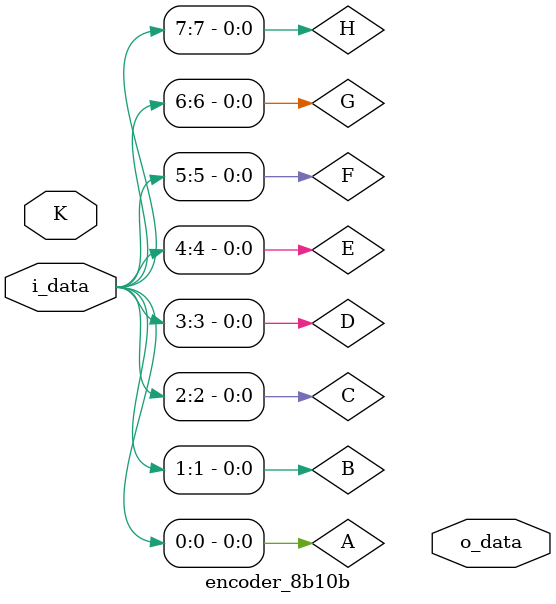
<source format=v>
`timescale 1ns / 1ps


/* NOTE: In the IBM article, the little arrows on the inputs of the gates are inverters. 
		 This makes a regular AND gate (denoted "A") in paper, turn into a negative-AND,
		 which hase the logic function of NOR. There are two outputs (one is inverted). 
		 Therefore the outputs of gate "A" (with inverterted inputs) in the article are
		 (from top to bottom): NOR and OR (~NOR). 
		 
		 Also important is the "OR DOT" gate. I posted a question on a forum about this:
		 https://www.eevblog.com/forum/projects/what-is-this-gate-in-this-8b10b-article/
		 I found that this has to do with the ECL chips the authors used to realize their
		 design. The logic function of OR DOT is just an OR gate. The DOT refers to 
		 "emitter dotting," which is a technique used in ECL. */ 
		 
module encoder_8b10b(
	input [7:0] i_data,   // 8 bit data
	input K,              // control input ACTIVE HIGH
	output [9:0] o_data   // encoded 10b data
	);
	
	// input wires
	wire A,B,C,D,E,F,G,H;
	assign A = i_data[0];
	assign B = i_data[1];
	assign C = i_data[2];
	assign D = i_data[3];
	assign E = i_data[4];
	assign F = i_data[5];
	assign G = i_data[6];
	assign H = i_data[7];
	
	// output wires
	wire a,b,c,d,e,i,f,g,h,j;  
	
	// logic functions (fig. 3)
	wire L04,L40,L13,L31,L22;
	reg [2:0] line_sum; 
	
	always @ (*)
		begin
			line_sum = A + B + C + D;  // sum of i_data[3:0]
		end 
		
	assign L04 = (line_sum == 0) ? 1:0;  // 0 ones and 4 zeros
	assign L40 = (line_sum == 4) ? 1:0;  // 4 ones and 0 zeros
	assign L13 = (line_sum == 1) ? 1:0;  // 1 one and 3 zeros
	assign L31 = (line_sum == 3) ? 1:0;  // 3 ones and 1 zero
	assign L22 = (line_sum == 2) ? 1:0;  // 2 ones and 2 zeros
	
	// 5b/6b ecnoding (fig. 7) -- statments simplified using DeMorgan's thm and basic boolean algebra
	assign a = A ^ COMPLS6;
	assign b = ((~L40 & B) | L04) ^ COMPLS6;
	assign c = ((L13 & D & E) | (L04 | C)) ^ COMPLS6;
	assign d = (D & ~L40) ^ COMPLS6;
	assign e = ((L13 & ~E) | (E & (~L13 | ~E | ~D))) ^ COMPLS6;
	assign i = ((~E & L22) | (L22 & K) | (L04 & E) | (E & L40) | (E & L13 & ~D)) ^ COMPLS6;
	
endmodule  

</source>
